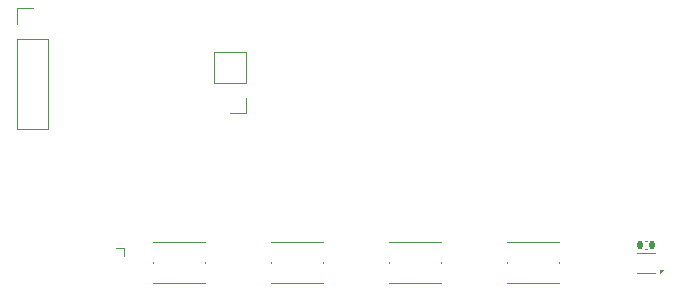
<source format=gbr>
%TF.GenerationSoftware,KiCad,Pcbnew,8.99.0-unknown-77b1d367df~178~ubuntu23.10.1*%
%TF.CreationDate,2024-11-07T11:46:47-05:00*%
%TF.ProjectId,nRF54L_ePaper,6e524635-344c-45f6-9550-617065722e6b,rev?*%
%TF.SameCoordinates,Original*%
%TF.FileFunction,Legend,Top*%
%TF.FilePolarity,Positive*%
%FSLAX46Y46*%
G04 Gerber Fmt 4.6, Leading zero omitted, Abs format (unit mm)*
G04 Created by KiCad (PCBNEW 8.99.0-unknown-77b1d367df~178~ubuntu23.10.1) date 2024-11-07 11:46:47*
%MOMM*%
%LPD*%
G01*
G04 APERTURE LIST*
G04 Aperture macros list*
%AMRoundRect*
0 Rectangle with rounded corners*
0 $1 Rounding radius*
0 $2 $3 $4 $5 $6 $7 $8 $9 X,Y pos of 4 corners*
0 Add a 4 corners polygon primitive as box body*
4,1,4,$2,$3,$4,$5,$6,$7,$8,$9,$2,$3,0*
0 Add four circle primitives for the rounded corners*
1,1,$1+$1,$2,$3*
1,1,$1+$1,$4,$5*
1,1,$1+$1,$6,$7*
1,1,$1+$1,$8,$9*
0 Add four rect primitives between the rounded corners*
20,1,$1+$1,$2,$3,$4,$5,0*
20,1,$1+$1,$4,$5,$6,$7,0*
20,1,$1+$1,$6,$7,$8,$9,0*
20,1,$1+$1,$8,$9,$2,$3,0*%
G04 Aperture macros list end*
%ADD10C,0.120000*%
%ADD11R,1.050000X0.650000*%
%ADD12RoundRect,0.140000X-0.140000X-0.170000X0.140000X-0.170000X0.140000X0.170000X-0.140000X0.170000X0*%
%ADD13R,0.500000X0.300000*%
%ADD14C,0.990600*%
%ADD15C,0.787400*%
%ADD16O,2.400000X1.800000*%
G04 APERTURE END LIST*
D10*
%TO.C,JP2*%
X116970000Y-55505000D02*
X116970000Y-52905000D01*
X119630000Y-52905000D02*
X116970000Y-52905000D01*
X119630000Y-55505000D02*
X116970000Y-55505000D01*
X119630000Y-55505000D02*
X119630000Y-52905000D01*
X119630000Y-56775000D02*
X119630000Y-58105000D01*
X119630000Y-58105000D02*
X118300000Y-58105000D01*
%TO.C,SW3*%
X131800000Y-70800000D02*
X131800000Y-70700000D01*
X131800000Y-72500000D02*
X136200000Y-72500000D01*
X136200000Y-69000000D02*
X131800000Y-69000000D01*
X136200000Y-70800000D02*
X136200000Y-70700000D01*
%TO.C,J1*%
X100270000Y-49170000D02*
X101600000Y-49170000D01*
X100270000Y-50500000D02*
X100270000Y-49170000D01*
X100270000Y-51770000D02*
X100270000Y-59450000D01*
X100270000Y-51770000D02*
X102930000Y-51770000D01*
X100270000Y-59450000D02*
X102930000Y-59450000D01*
X102930000Y-51770000D02*
X102930000Y-59450000D01*
%TO.C,C25*%
X153412164Y-68890000D02*
X153627836Y-68890000D01*
X153412164Y-69610000D02*
X153627836Y-69610000D01*
%TO.C,SW4*%
X141800000Y-70800000D02*
X141800000Y-70700000D01*
X141800000Y-72500000D02*
X146200000Y-72500000D01*
X146200000Y-69000000D02*
X141800000Y-69000000D01*
X146200000Y-70800000D02*
X146200000Y-70700000D01*
%TO.C,SW2*%
X121800000Y-70800000D02*
X121800000Y-70700000D01*
X121800000Y-72500000D02*
X126200000Y-72500000D01*
X126200000Y-69000000D02*
X121800000Y-69000000D01*
X126200000Y-70800000D02*
X126200000Y-70700000D01*
%TO.C,U2*%
X154270000Y-69890000D02*
X152770000Y-69890000D01*
X154270000Y-71610000D02*
X152770000Y-71610000D01*
X154720000Y-71630000D02*
X154720000Y-71350000D01*
X155000000Y-71350000D01*
X154720000Y-71630000D01*
G36*
X154720000Y-71630000D02*
G01*
X154720000Y-71350000D01*
X155000000Y-71350000D01*
X154720000Y-71630000D01*
G37*
%TO.C,SW1*%
X111800000Y-70800000D02*
X111800000Y-70700000D01*
X111800000Y-72500000D02*
X116200000Y-72500000D01*
X116200000Y-69000000D02*
X111800000Y-69000000D01*
X116200000Y-70800000D02*
X116200000Y-70700000D01*
%TO.C,J4*%
X108670000Y-69530000D02*
X109305000Y-69530000D01*
X109305000Y-69530000D02*
X109305000Y-70165000D01*
%TD*%
%LPC*%
D11*
%TO.C,SW3*%
X131925000Y-69675000D03*
X136075000Y-69675000D03*
X131925000Y-71825000D03*
X136050000Y-71825000D03*
%TD*%
D12*
%TO.C,C25*%
X153040000Y-69250000D03*
X154000000Y-69250000D03*
%TD*%
D11*
%TO.C,SW4*%
X141925000Y-69675000D03*
X146075000Y-69675000D03*
X141925000Y-71825000D03*
X146050000Y-71825000D03*
%TD*%
%TO.C,SW2*%
X121925000Y-69675000D03*
X126075000Y-69675000D03*
X121925000Y-71825000D03*
X126050000Y-71825000D03*
%TD*%
D13*
%TO.C,U2*%
X154220000Y-71150000D03*
X154220000Y-70350000D03*
X152820000Y-70350000D03*
X152820000Y-71150000D03*
%TD*%
D11*
%TO.C,SW1*%
X111925000Y-69675000D03*
X116075000Y-69675000D03*
X111925000Y-71825000D03*
X116050000Y-71825000D03*
%TD*%
D14*
%TO.C,J4*%
X109940000Y-70800000D03*
X104860000Y-71816000D03*
X104860000Y-69784000D03*
D15*
X108670000Y-70165000D03*
X108670000Y-71435000D03*
X107400000Y-70165000D03*
X107400000Y-71435000D03*
X106130000Y-70165000D03*
X106130000Y-71435000D03*
%TD*%
D16*
%TO.C,D4*%
X102200000Y-70750000D03*
%TD*%
%LPD*%
M02*

</source>
